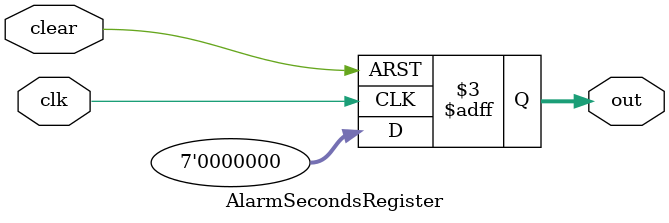
<source format=v>
`timescale 1ns / 1ps
module AlarmSecondsRegister(
	 input clk,
    input clear,
    output reg [6:0] out
    );
	 parameter UNSET = 7'b1111111;
	 parameter ZERO = 7'b0000000;
	 parameter HIGH = 1'b1;
	 parameter LOW = 1'b0;	

	always @ (posedge clk or posedge clear) 
	begin
		if (clear == HIGH) out <= UNSET;
		else out <= ZERO;
	end
endmodule

</source>
